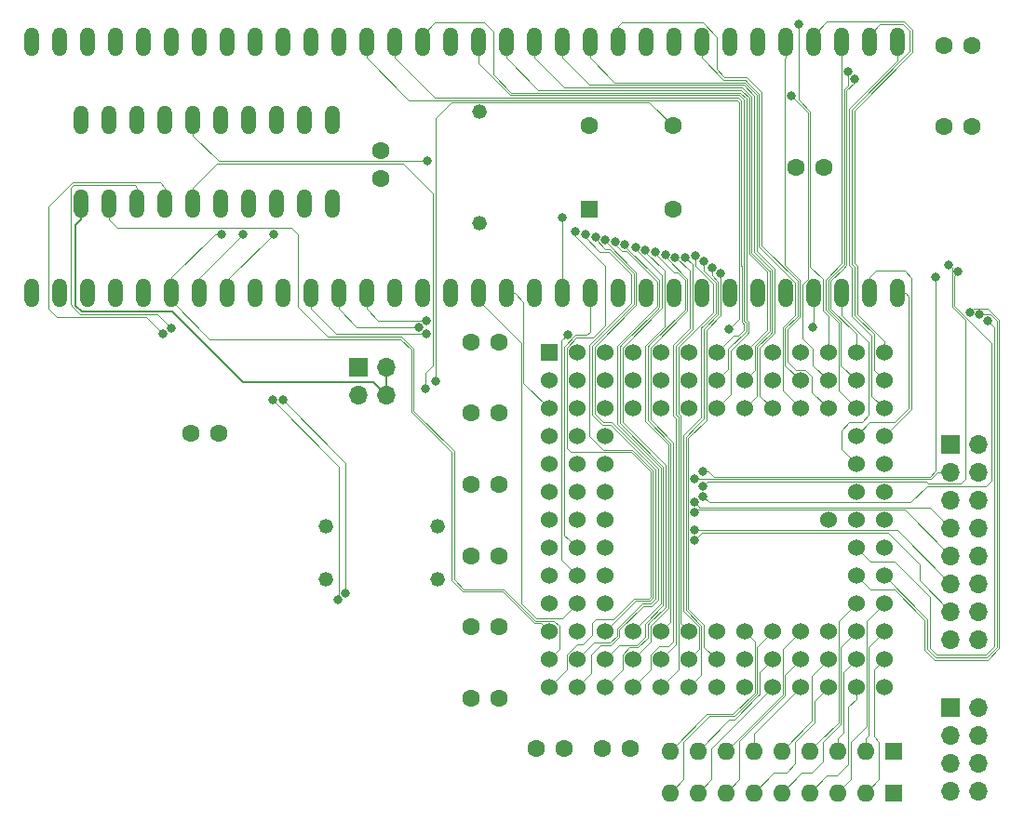
<source format=gbr>
G04 #@! TF.GenerationSoftware,KiCad,Pcbnew,(5.1.5-0-10_14)*
G04 #@! TF.CreationDate,2020-11-11T10:53:56+00:00*
G04 #@! TF.ProjectId,rosco_m68k_r1_020,726f7363-6f5f-46d3-9638-6b5f72315f30,rev?*
G04 #@! TF.SameCoordinates,Original*
G04 #@! TF.FileFunction,Copper,L4,Bot*
G04 #@! TF.FilePolarity,Positive*
%FSLAX46Y46*%
G04 Gerber Fmt 4.6, Leading zero omitted, Abs format (unit mm)*
G04 Created by KiCad (PCBNEW (5.1.5-0-10_14)) date 2020-11-11 10:53:56*
%MOMM*%
%LPD*%
G04 APERTURE LIST*
%ADD10O,1.320800X2.641600*%
%ADD11C,1.524000*%
%ADD12R,1.524000X1.524000*%
%ADD13O,1.600000X1.600000*%
%ADD14R,1.600000X1.600000*%
%ADD15C,1.320800*%
%ADD16C,1.600000*%
%ADD17O,1.700000X1.700000*%
%ADD18R,1.700000X1.700000*%
%ADD19C,1.600200*%
%ADD20C,0.800000*%
%ADD21C,0.120000*%
%ADD22C,0.152400*%
G04 APERTURE END LIST*
D10*
X115457000Y-35370599D03*
X112917000Y-35370599D03*
X110377000Y-35370599D03*
X107837000Y-35370599D03*
X105297000Y-35370599D03*
X102757000Y-35370599D03*
X100217000Y-35370599D03*
X97677000Y-35370599D03*
X95137000Y-35370599D03*
X92597000Y-35370599D03*
X90057000Y-35370599D03*
X87517000Y-35370599D03*
X115457000Y-58230599D03*
X112917000Y-58230599D03*
X110377000Y-58230599D03*
X107837000Y-58230599D03*
X105297000Y-58230599D03*
X102757000Y-58230599D03*
X100217000Y-58230599D03*
X97677000Y-58230599D03*
X95137000Y-58230599D03*
X92597000Y-58230599D03*
X90057000Y-58230599D03*
X87517000Y-58230599D03*
X39257000Y-35370599D03*
X41797000Y-35370599D03*
X44337000Y-35370599D03*
X46877000Y-35370599D03*
X49417000Y-35370599D03*
X51957000Y-35370599D03*
X54497000Y-35370599D03*
X57037000Y-35370599D03*
X59577000Y-35370599D03*
X62117000Y-35370599D03*
X64657000Y-35370599D03*
X67197000Y-35370599D03*
X69737000Y-35370599D03*
X72277000Y-35370599D03*
X74817000Y-35370599D03*
X77357000Y-35370599D03*
X79897000Y-35370599D03*
X82437000Y-35370599D03*
X84977000Y-35370599D03*
X117997000Y-35370599D03*
X117997000Y-58230599D03*
X84977000Y-58230599D03*
X82437000Y-58230599D03*
X79897000Y-58230599D03*
X77357000Y-58230599D03*
X74817000Y-58230599D03*
X72277000Y-58230599D03*
X69737000Y-58230599D03*
X67197000Y-58230599D03*
X64657000Y-58230599D03*
X62117000Y-58230599D03*
X59577000Y-58230599D03*
X57037000Y-58230599D03*
X54497000Y-58230599D03*
X51957000Y-58230599D03*
X49417000Y-58230599D03*
X46877000Y-58230599D03*
X44337000Y-58230599D03*
X41797000Y-58230599D03*
X39257000Y-58230599D03*
X43770000Y-42418000D03*
X46310000Y-42418000D03*
X48850000Y-42418000D03*
X51390000Y-42418000D03*
X53930000Y-42418000D03*
X56470000Y-42418000D03*
X59010000Y-42418000D03*
X61550000Y-42418000D03*
X64090000Y-42418000D03*
X66630000Y-42418000D03*
X66630000Y-50038000D03*
X64090000Y-50038000D03*
X61550000Y-50038000D03*
X59010000Y-50038000D03*
X56470000Y-50038000D03*
X53930000Y-50038000D03*
X51390000Y-50038000D03*
X48850000Y-50038000D03*
X46310000Y-50038000D03*
X43770000Y-50038000D03*
D11*
X109153200Y-63640000D03*
X106613200Y-63640000D03*
X104073200Y-63640000D03*
X116773200Y-63640000D03*
X114233200Y-63640000D03*
X93913200Y-63640000D03*
X96453200Y-63640000D03*
D12*
X86293200Y-63640000D03*
D11*
X101533200Y-63640000D03*
X88833200Y-63640000D03*
X91373200Y-63640000D03*
X98993200Y-63640000D03*
X111693200Y-63640000D03*
X109153200Y-66180000D03*
X106613200Y-66180000D03*
X104073200Y-66180000D03*
X116773200Y-66180000D03*
X114233200Y-66180000D03*
X93913200Y-66180000D03*
X96453200Y-66180000D03*
X86293200Y-66180000D03*
X101533200Y-66180000D03*
X88833200Y-66180000D03*
X91373200Y-66180000D03*
X98993200Y-66180000D03*
X111693200Y-66180000D03*
X109153200Y-68720000D03*
X106613200Y-68720000D03*
X104073200Y-68720000D03*
X116773200Y-68720000D03*
X114233200Y-68720000D03*
X93913200Y-68720000D03*
X96453200Y-68720000D03*
X86293200Y-68720000D03*
X101533200Y-68720000D03*
X88833200Y-68720000D03*
X91373200Y-68720000D03*
X98993200Y-68720000D03*
X111693200Y-68720000D03*
X116773200Y-71260000D03*
X114233200Y-71260000D03*
X86293200Y-71260000D03*
X88833200Y-71260000D03*
X91373200Y-71260000D03*
X116773200Y-73800000D03*
X114233200Y-73800000D03*
X86293200Y-73800000D03*
X88833200Y-73800000D03*
X91373200Y-73800000D03*
X116773200Y-76340000D03*
X114233200Y-76340000D03*
X86293200Y-76340000D03*
X88833200Y-76340000D03*
X91373200Y-76340000D03*
X116773200Y-78880000D03*
X114233200Y-78880000D03*
X86293200Y-78880000D03*
X88833200Y-78880000D03*
X91373200Y-78880000D03*
X111693200Y-78880000D03*
X116773200Y-81420000D03*
X114233200Y-81420000D03*
X86293200Y-81420000D03*
X88833200Y-81420000D03*
X91373200Y-81420000D03*
X116773200Y-83960000D03*
X114233200Y-83960000D03*
X86293200Y-83960000D03*
X88833200Y-83960000D03*
X91373200Y-83960000D03*
X116773200Y-86500000D03*
X114233200Y-86500000D03*
X86293200Y-86500000D03*
X88833200Y-86500000D03*
X91373200Y-86500000D03*
X109153200Y-89040000D03*
X106613200Y-89040000D03*
X104073200Y-89040000D03*
X116773200Y-89040000D03*
X114233200Y-89040000D03*
X93913200Y-89040000D03*
X96453200Y-89040000D03*
X86293200Y-89040000D03*
X101533200Y-89040000D03*
X88833200Y-89040000D03*
X91373200Y-89040000D03*
X98993200Y-89040000D03*
X111693200Y-89040000D03*
X109153200Y-91580000D03*
X106613200Y-91580000D03*
X104073200Y-91580000D03*
X116773200Y-91580000D03*
X114233200Y-91580000D03*
X93913200Y-91580000D03*
X96453200Y-91580000D03*
X86293200Y-91580000D03*
X101533200Y-91580000D03*
X88833200Y-91580000D03*
X91373200Y-91580000D03*
X98993200Y-91580000D03*
X111693200Y-91580000D03*
X86293200Y-94120000D03*
X88833200Y-94120000D03*
X91373200Y-94120000D03*
X93913200Y-94120000D03*
X96453200Y-94120000D03*
X98993200Y-94120000D03*
X101533200Y-94120000D03*
X104073200Y-94120000D03*
X106613200Y-94120000D03*
X109153200Y-94120000D03*
X111693200Y-94120000D03*
X114233200Y-94120000D03*
X116773200Y-94120000D03*
D13*
X97298200Y-103700000D03*
X99838200Y-103700000D03*
X102378200Y-103700000D03*
X104918200Y-103700000D03*
X107458200Y-103700000D03*
X109998200Y-103700000D03*
X112538200Y-103700000D03*
X115078200Y-103700000D03*
D14*
X117618200Y-103700000D03*
D13*
X97298200Y-99900000D03*
X99838200Y-99900000D03*
X102378200Y-99900000D03*
X104918200Y-99900000D03*
X107458200Y-99900000D03*
X109998200Y-99900000D03*
X112538200Y-99900000D03*
X115078200Y-99900000D03*
D14*
X117618200Y-99900000D03*
D15*
X76151199Y-84250000D03*
X65991199Y-84250000D03*
X76151199Y-79449000D03*
X65991199Y-79449000D03*
X80000000Y-51880599D03*
X80000000Y-41720599D03*
D16*
X97552718Y-50610599D03*
X97552718Y-42990599D03*
X89932718Y-42990599D03*
D14*
X89932718Y-50610599D03*
D17*
X71540000Y-67540000D03*
X69000000Y-67540000D03*
X71540000Y-65000000D03*
D18*
X69000000Y-65000000D03*
D17*
X125390000Y-103570000D03*
X122850000Y-103570000D03*
X125390000Y-101030000D03*
X122850000Y-101030000D03*
X125390000Y-98490000D03*
X122850000Y-98490000D03*
X125390000Y-95950000D03*
D18*
X122850000Y-95950000D03*
D17*
X125390000Y-89780000D03*
X122850000Y-89780000D03*
X125390000Y-87240000D03*
X122850000Y-87240000D03*
X125390000Y-84700000D03*
X122850000Y-84700000D03*
X125390000Y-82160000D03*
X122850000Y-82160000D03*
X125390000Y-79620000D03*
X122850000Y-79620000D03*
X125390000Y-77080000D03*
X122850000Y-77080000D03*
X125390000Y-74540000D03*
X122850000Y-74540000D03*
X125390000Y-72000000D03*
D18*
X122850000Y-72000000D03*
D19*
X56270000Y-71000000D03*
X53730000Y-71000000D03*
X124784200Y-43000000D03*
X122244200Y-43000000D03*
X124784200Y-35650000D03*
X122244200Y-35650000D03*
X93670000Y-99650000D03*
X91130000Y-99650000D03*
X87720000Y-99650000D03*
X85180000Y-99650000D03*
X81720000Y-95089800D03*
X79180000Y-95089800D03*
X81720000Y-88605880D03*
X79180000Y-88605880D03*
X81720000Y-82121960D03*
X79180000Y-82121960D03*
X81720000Y-75638040D03*
X79180000Y-75638040D03*
X81720000Y-69154120D03*
X79180000Y-69154120D03*
X81720000Y-62670200D03*
X79180000Y-62670200D03*
X108730000Y-46800599D03*
X111270000Y-46800599D03*
X71000000Y-45212000D03*
X71000000Y-47752000D03*
D20*
X74520059Y-61311354D03*
X75181330Y-61936513D03*
X75190000Y-60695496D03*
X75096296Y-66935865D03*
X100280000Y-74450000D03*
X121470000Y-56754071D03*
X99550040Y-75090000D03*
X99550040Y-77270000D03*
X51940000Y-61380000D03*
X100342099Y-75792607D03*
X122665783Y-55614070D03*
X100308835Y-76702001D03*
X123519990Y-56285224D03*
X99550040Y-78210734D03*
X99550040Y-80730003D03*
X51206974Y-61924883D03*
X99550040Y-79820000D03*
X126210000Y-60740000D03*
X125462975Y-60170000D03*
X124584495Y-59932565D03*
X67800000Y-85530000D03*
X62080000Y-67960000D03*
X87991009Y-61971443D03*
X56510000Y-52840000D03*
X67083621Y-86091164D03*
X61150000Y-67960000D03*
X61242986Y-52816884D03*
X58478590Y-52882488D03*
X87540000Y-51294399D03*
X75280000Y-46190000D03*
X76000000Y-66220000D03*
X114065560Y-38722405D03*
X110250000Y-61301020D03*
X102670000Y-61531030D03*
X109020000Y-33680000D03*
X113487000Y-38020000D03*
X108329899Y-40240000D03*
X92352206Y-53565968D03*
X95985186Y-54489940D03*
X89613119Y-52849880D03*
X99627805Y-54825586D03*
X95092580Y-54259930D03*
X97802986Y-54949960D03*
X101930000Y-56440000D03*
X90530861Y-53109880D03*
X93231623Y-53799910D03*
X100385430Y-55329677D03*
X88714576Y-52619870D03*
X91423833Y-53339890D03*
X94182577Y-54029920D03*
X96895189Y-54719950D03*
X98712855Y-54934433D03*
X101132642Y-55870000D03*
D21*
X68836955Y-61311354D02*
X74520059Y-61311354D01*
X67197000Y-59671399D02*
X68836955Y-61311354D01*
X67197000Y-58230599D02*
X67197000Y-59671399D01*
X64657000Y-59671399D02*
X66922114Y-61936513D01*
X66922114Y-61936513D02*
X75181330Y-61936513D01*
X64657000Y-58230599D02*
X64657000Y-59671399D01*
X70761097Y-60695496D02*
X75190000Y-60695496D01*
X69737000Y-59671399D02*
X70761097Y-60695496D01*
X69737000Y-58230599D02*
X69737000Y-59671399D01*
X53930000Y-48597200D02*
X53930000Y-50038000D01*
X56107190Y-46420010D02*
X53930000Y-48597200D01*
X75760000Y-49130000D02*
X73050010Y-46420010D01*
X75760000Y-64830000D02*
X75760000Y-49130000D01*
X75096296Y-66935865D02*
X75096296Y-65493704D01*
X75096296Y-65493704D02*
X75760000Y-64830000D01*
X73050010Y-46420010D02*
X56107190Y-46420010D01*
X83217400Y-58230599D02*
X83990000Y-59003199D01*
X82437000Y-58230599D02*
X83217400Y-58230599D01*
X83990000Y-66416800D02*
X86293200Y-68720000D01*
X83990000Y-59003199D02*
X83990000Y-66416800D01*
D22*
X71540000Y-66202081D02*
X71540000Y-67540000D01*
X71540000Y-65000000D02*
X71540000Y-66202081D01*
X52000000Y-59900000D02*
X58440000Y-66340000D01*
X43790000Y-59900000D02*
X52000000Y-59900000D01*
X58440000Y-66340000D02*
X70340000Y-66340000D01*
X43770000Y-51511200D02*
X43260000Y-52021200D01*
X43260000Y-59370000D02*
X43790000Y-59900000D01*
X70340000Y-66340000D02*
X71540000Y-67540000D01*
X43260000Y-52021200D02*
X43260000Y-59370000D01*
X43770000Y-50038000D02*
X43770000Y-51511200D01*
D21*
X100845685Y-74450000D02*
X101328273Y-74932588D01*
X100280000Y-74450000D02*
X100845685Y-74450000D01*
X120930049Y-74932588D02*
X121490000Y-74372637D01*
X101328273Y-74932588D02*
X120930049Y-74932588D01*
X121490000Y-56774071D02*
X121470000Y-56754071D01*
X121490000Y-74372637D02*
X121490000Y-56774071D01*
X122300000Y-75090000D02*
X122850000Y-74540000D01*
X99550040Y-75090000D02*
X100707402Y-75090000D01*
X121647919Y-74540000D02*
X122850000Y-74540000D01*
X121025321Y-75162598D02*
X121647919Y-74540000D01*
X100780000Y-75162598D02*
X121025321Y-75162598D01*
X100707402Y-75090000D02*
X100780000Y-75162598D01*
X43080000Y-48360000D02*
X48612800Y-48360000D01*
X42780000Y-48660000D02*
X43080000Y-48360000D01*
X48612800Y-48360000D02*
X48850000Y-48597200D01*
X42780000Y-59240000D02*
X42780000Y-48660000D01*
X42958193Y-59418193D02*
X42780000Y-59240000D01*
X43688017Y-60146210D02*
X42960000Y-59418193D01*
X48850000Y-48597200D02*
X48850000Y-50038000D01*
X42960000Y-59418193D02*
X42958193Y-59418193D01*
X50706210Y-60146210D02*
X43688017Y-60146210D01*
X51940000Y-61380000D02*
X50706210Y-60146210D01*
X122850000Y-79620000D02*
X120947989Y-77717989D01*
X99998029Y-77717989D02*
X99930000Y-77649960D01*
X120947989Y-77717989D02*
X99998029Y-77717989D01*
X99930000Y-77649960D02*
X99550040Y-77270000D01*
X122949990Y-59466945D02*
X122949990Y-55898277D01*
X123719999Y-75560001D02*
X124150000Y-75130000D01*
X120774023Y-75560001D02*
X123719999Y-75560001D01*
X120606630Y-75392608D02*
X120774023Y-75560001D01*
X100742098Y-75392608D02*
X120606630Y-75392608D01*
X122949990Y-55898277D02*
X122665783Y-55614070D01*
X124150000Y-60666954D02*
X122949990Y-59466945D01*
X124150000Y-75130000D02*
X124150000Y-60666954D01*
X100342099Y-75792607D02*
X100742098Y-75392608D01*
X126559990Y-62751662D02*
X123180000Y-59371672D01*
X126559990Y-75260010D02*
X126559990Y-62751662D01*
X126029989Y-75790011D02*
X126559990Y-75260010D01*
X120678750Y-75790011D02*
X126029989Y-75790011D01*
X123180000Y-56625214D02*
X123519990Y-56285224D01*
X123180000Y-59371672D02*
X123180000Y-56625214D01*
X100878835Y-77272001D02*
X119196760Y-77272001D01*
X119196760Y-77272001D02*
X120678750Y-75790011D01*
X100308835Y-76702001D02*
X100878835Y-77272001D01*
X118637999Y-77947999D02*
X122850000Y-82160000D01*
X99812775Y-77947999D02*
X118637999Y-77947999D01*
X99550040Y-78210734D02*
X99812775Y-77947999D01*
X99550040Y-80730003D02*
X100230033Y-80050010D01*
X100230033Y-80050010D02*
X117160010Y-80050010D01*
X117160010Y-80050010D02*
X120000000Y-82890000D01*
X120000000Y-84390000D02*
X122850000Y-87240000D01*
X120000000Y-82890000D02*
X120000000Y-84390000D01*
X51206974Y-61924883D02*
X49658311Y-60376220D01*
X49658311Y-60376220D02*
X41576220Y-60376220D01*
X41576220Y-60376220D02*
X40820000Y-59620000D01*
X51390000Y-48597200D02*
X51390000Y-50038000D01*
X50922790Y-48129990D02*
X51390000Y-48597200D01*
X42984727Y-48129990D02*
X50922790Y-48129990D01*
X40820000Y-50294718D02*
X42984727Y-48129990D01*
X40820000Y-59620000D02*
X40820000Y-50294718D01*
X117970000Y-79820000D02*
X122850000Y-84700000D01*
X99550040Y-79820000D02*
X117970000Y-79820000D01*
X114233200Y-81420000D02*
X115513200Y-82700000D01*
X115513200Y-82700000D02*
X117740000Y-82700000D01*
X117740000Y-82700000D02*
X120940000Y-85900000D01*
X120940000Y-85900000D02*
X120940000Y-90500000D01*
X120940000Y-90500000D02*
X121570000Y-91130000D01*
X121570000Y-91130000D02*
X126040000Y-91130000D01*
X126040000Y-91130000D02*
X126790000Y-90380000D01*
X126790000Y-90380000D02*
X126790000Y-65100000D01*
X126790000Y-61320000D02*
X126210000Y-60740000D01*
X126790000Y-65100000D02*
X126790000Y-61320000D01*
X90057000Y-58230599D02*
X90057000Y-58890999D01*
X88071201Y-80658001D02*
X88833200Y-81420000D01*
X87671189Y-80257989D02*
X88071201Y-80658001D01*
X87671189Y-63097366D02*
X87671189Y-80257989D01*
X88728565Y-62039990D02*
X87671189Y-63097366D01*
X89760000Y-62039990D02*
X88728565Y-62039990D01*
X90057000Y-61742990D02*
X89760000Y-62039990D01*
X90057000Y-58230599D02*
X90057000Y-61742990D01*
X116773200Y-83960000D02*
X120709990Y-87896790D01*
X121474727Y-91360010D02*
X126135273Y-91360010D01*
X120709990Y-90595273D02*
X121474727Y-91360010D01*
X126135273Y-91360010D02*
X127020010Y-90475273D01*
X120709990Y-87896790D02*
X120709990Y-90595273D01*
X127020010Y-90475273D02*
X127020010Y-65700000D01*
X127020010Y-60706408D02*
X126483602Y-60170000D01*
X126483602Y-60170000D02*
X125462975Y-60170000D01*
X127020010Y-65700000D02*
X127020010Y-60706408D01*
X114233200Y-83960000D02*
X115504241Y-85231041D01*
X115504241Y-85231041D02*
X117718959Y-85231041D01*
X117718959Y-85231041D02*
X120479980Y-87992062D01*
X120479980Y-87992062D02*
X120479980Y-89410000D01*
X120479980Y-90690546D02*
X121419434Y-91630000D01*
X120479980Y-89410000D02*
X120479980Y-90690546D01*
X126190566Y-91630000D02*
X127250020Y-90570546D01*
X121419434Y-91630000D02*
X126190566Y-91630000D01*
X127250020Y-90570546D02*
X127250020Y-66300000D01*
X124917061Y-59599999D02*
X124584495Y-59932565D01*
X126238884Y-59599999D02*
X124917061Y-59599999D01*
X127250020Y-60611135D02*
X126238884Y-59599999D01*
X127250020Y-66300000D02*
X127250020Y-60611135D01*
X67800000Y-73680000D02*
X62080000Y-67960000D01*
X67800000Y-85530000D02*
X67800000Y-73680000D01*
X87441179Y-62521273D02*
X87441179Y-82531179D01*
X87991009Y-61971443D02*
X87441179Y-62521273D01*
X87730000Y-82820000D02*
X88833200Y-83960000D01*
X87441179Y-82531179D02*
X87730000Y-82820000D01*
X85150000Y-87810000D02*
X87523200Y-87810000D01*
X83770000Y-86430000D02*
X85150000Y-87810000D01*
X83770000Y-82816162D02*
X83770000Y-86430000D01*
X83759990Y-82806152D02*
X83770000Y-82816162D01*
X79897000Y-58230599D02*
X79897000Y-58890999D01*
X79897000Y-58890999D02*
X83759990Y-62753989D01*
X87523200Y-87810000D02*
X88833200Y-86500000D01*
X83759990Y-62753989D02*
X83759990Y-82806152D01*
X86293200Y-89040000D02*
X86054721Y-89040000D01*
X51957000Y-58890999D02*
X51957000Y-58230599D01*
X55462534Y-62396533D02*
X51957000Y-58890999D01*
X72811251Y-62396533D02*
X55462534Y-62396533D01*
X85560020Y-88270020D02*
X84959454Y-88270019D01*
X73780000Y-63365282D02*
X72811251Y-62396533D01*
X73780000Y-69040000D02*
X73780000Y-63365282D01*
X77440000Y-72700000D02*
X73780000Y-69040000D01*
X78470000Y-85400000D02*
X77440000Y-84370000D01*
X86293200Y-89003200D02*
X85560020Y-88270020D01*
X82089435Y-85400000D02*
X78470000Y-85400000D01*
X84959454Y-88270019D02*
X82089435Y-85400000D01*
X77440000Y-84370000D02*
X77440000Y-72700000D01*
X86293200Y-89040000D02*
X86293200Y-89003200D01*
X55906799Y-52840000D02*
X51957000Y-56789799D01*
X51957000Y-56789799D02*
X51957000Y-58230599D01*
X56510000Y-52840000D02*
X55906799Y-52840000D01*
X67229999Y-74039999D02*
X61150000Y-67960000D01*
X67229999Y-86237542D02*
X67229999Y-74039999D01*
X67083621Y-86091164D02*
X67229999Y-86237542D01*
X46310000Y-51478800D02*
X46310000Y-50038000D01*
X55203766Y-52250000D02*
X47081200Y-52250000D01*
X62876883Y-52246883D02*
X55206883Y-52246883D01*
X63500000Y-52870000D02*
X62876883Y-52246883D01*
X66196523Y-62166523D02*
X63500000Y-59470000D01*
X72906523Y-62166523D02*
X66196523Y-62166523D01*
X74010010Y-63270010D02*
X72906523Y-62166523D01*
X47081200Y-52250000D02*
X46310000Y-51478800D01*
X87225201Y-88535201D02*
X86730010Y-88040010D01*
X74010010Y-68944727D02*
X74010010Y-63270010D01*
X77670010Y-72604727D02*
X74010010Y-68944727D01*
X77670010Y-84274728D02*
X77670010Y-72604727D01*
X78565272Y-85169990D02*
X77670010Y-84274728D01*
X82184708Y-85169990D02*
X78565272Y-85169990D01*
X63500000Y-59470000D02*
X63500000Y-52870000D01*
X86730010Y-88040010D02*
X85054727Y-88040010D01*
X87225201Y-90647999D02*
X87225201Y-88535201D01*
X85054727Y-88040010D02*
X82184708Y-85169990D01*
X55206883Y-52246883D02*
X55203766Y-52250000D01*
X86293200Y-91580000D02*
X87225201Y-90647999D01*
X57037000Y-57022870D02*
X57037000Y-58230599D01*
X61242986Y-52816884D02*
X57037000Y-57022870D01*
X54497000Y-56864078D02*
X54497000Y-58230599D01*
X58478590Y-52882488D02*
X54497000Y-56864078D01*
X87540000Y-58207599D02*
X87517000Y-58230599D01*
X87540000Y-51294399D02*
X87540000Y-58207599D01*
X56261200Y-46190000D02*
X75280000Y-46190000D01*
X53930000Y-43858800D02*
X56261200Y-46190000D01*
X53930000Y-42418000D02*
X53930000Y-43858800D01*
X77399990Y-40870010D02*
X95432129Y-40870010D01*
X76000000Y-42270000D02*
X77399990Y-40870010D01*
X95432129Y-40870010D02*
X97552718Y-42990599D01*
X76000000Y-66220000D02*
X76000000Y-42270000D01*
X104500040Y-40418908D02*
X104500040Y-54644758D01*
X103801092Y-39719960D02*
X104500040Y-40418908D01*
X85345561Y-39719960D02*
X103801092Y-39719960D01*
X82437000Y-36811399D02*
X85345561Y-39719960D01*
X82437000Y-35370599D02*
X82437000Y-36811399D01*
X106127410Y-56272128D02*
X106127410Y-61585790D01*
X104500040Y-54644758D02*
X106127410Y-56272128D01*
X106127410Y-61585790D02*
X104073200Y-63640000D01*
X116773200Y-62562370D02*
X116773200Y-63640000D01*
X114340020Y-60129190D02*
X116773200Y-62562370D01*
X114340020Y-55729454D02*
X114340020Y-60129190D01*
X111577209Y-33509990D02*
X118625273Y-33509990D01*
X114067049Y-41593515D02*
X114067049Y-55456484D01*
X110377000Y-35370599D02*
X110377000Y-34710199D01*
X119360010Y-36300555D02*
X114067049Y-41593515D01*
X114067049Y-55456484D02*
X114340020Y-55729454D01*
X110377000Y-34710199D02*
X111577209Y-33509990D01*
X118932683Y-33807401D02*
X119360010Y-34234727D01*
X119360010Y-34234727D02*
X119360010Y-36300555D01*
X118922683Y-33807400D02*
X118932683Y-33807401D01*
X118625273Y-33509990D02*
X118922683Y-33807400D01*
X114233200Y-61882533D02*
X114233200Y-63640000D01*
X111940010Y-57117974D02*
X111940010Y-59589343D01*
X111940010Y-59589343D02*
X114233200Y-61882533D01*
X113377019Y-55680968D02*
X113087987Y-55970000D01*
X114065560Y-39016733D02*
X113377020Y-39705272D01*
X113087987Y-55970000D02*
X113087984Y-55970000D01*
X113087984Y-55970000D02*
X111940010Y-57117974D01*
X113377020Y-39705272D02*
X113377019Y-55680968D01*
X114065560Y-38722405D02*
X114065560Y-39016733D01*
X102785273Y-40409990D02*
X102490000Y-40409990D01*
X75875591Y-40409990D02*
X102785273Y-40409990D01*
X72277000Y-36811399D02*
X75875591Y-40409990D01*
X72277000Y-35370599D02*
X72277000Y-36811399D01*
X104020001Y-61574621D02*
X103494622Y-62100000D01*
X104010010Y-61017428D02*
X104020001Y-61027419D01*
X103073200Y-62100000D02*
X101533200Y-63640000D01*
X103494622Y-62100000D02*
X103073200Y-62100000D01*
X104020001Y-61027419D02*
X104020001Y-61574621D01*
X103817420Y-60824838D02*
X104020001Y-61027419D01*
X103817420Y-55777317D02*
X103817420Y-60824838D01*
X103810010Y-40704727D02*
X103810010Y-55769907D01*
X103810010Y-55769907D02*
X103817420Y-55777317D01*
X103515273Y-40409990D02*
X103810010Y-40704727D01*
X102785273Y-40409990D02*
X103515273Y-40409990D01*
X110377000Y-61174020D02*
X110250000Y-61301020D01*
X110377000Y-58230599D02*
X110377000Y-61174020D01*
X73565601Y-40640000D02*
X69737000Y-36811399D01*
X103580000Y-40800000D02*
X103420000Y-40640000D01*
X103580000Y-55865180D02*
X103580000Y-40800000D01*
X103587410Y-55872590D02*
X103580000Y-55865180D01*
X103587410Y-60597925D02*
X103587410Y-55872590D01*
X69737000Y-36811399D02*
X69737000Y-35370599D01*
X103420000Y-40640000D02*
X73565601Y-40640000D01*
X103450000Y-60735335D02*
X103587410Y-60597925D01*
X103450000Y-60751030D02*
X102670000Y-61531030D01*
X103450000Y-60735335D02*
X103450000Y-60751030D01*
X111207410Y-56957410D02*
X111207410Y-59832590D01*
X111207410Y-59832590D02*
X111693200Y-60318380D01*
X110060010Y-55810010D02*
X111207410Y-56957410D01*
X110060010Y-41644828D02*
X110060010Y-55810010D01*
X109020000Y-40604819D02*
X110060010Y-41644828D01*
X111693200Y-60318380D02*
X111693200Y-63640000D01*
X109020000Y-33680000D02*
X109020000Y-40604819D01*
X107775211Y-64802011D02*
X109153200Y-66180000D01*
X107775211Y-61400072D02*
X107775211Y-64802011D01*
X105650090Y-53883630D02*
X108897420Y-57130959D01*
X92936799Y-33590000D02*
X100271178Y-33590000D01*
X92597000Y-33929799D02*
X92936799Y-33590000D01*
X108897420Y-57130959D02*
X108897420Y-60277863D01*
X108897420Y-60277863D02*
X107775211Y-61400072D01*
X104267547Y-38560000D02*
X105650090Y-39942543D01*
X101550000Y-34868822D02*
X101550000Y-37819117D01*
X105650090Y-39942543D02*
X105650090Y-53883630D01*
X100271178Y-33590000D02*
X101550000Y-34868822D01*
X101550000Y-37819117D02*
X102290883Y-38560000D01*
X102290883Y-38560000D02*
X104267547Y-38560000D01*
X92597000Y-35370599D02*
X92597000Y-33929799D01*
X104835199Y-65418001D02*
X104073200Y-66180000D01*
X103896365Y-39489950D02*
X104730050Y-40323635D01*
X105005201Y-65247999D02*
X104835199Y-65418001D01*
X104730050Y-54540050D02*
X106310000Y-56120000D01*
X104730050Y-40323635D02*
X104730050Y-54540050D01*
X84977000Y-35370599D02*
X84977000Y-36811399D01*
X87655551Y-39489950D02*
X103896365Y-39489950D01*
X84977000Y-36811399D02*
X87655551Y-39489950D01*
X105005201Y-63033282D02*
X105005201Y-65247999D01*
X106357420Y-56176855D02*
X106357420Y-61681063D01*
X106357420Y-61681063D02*
X105005201Y-63033282D01*
X106310000Y-56129435D02*
X106357420Y-56176855D01*
X106310000Y-56120000D02*
X106310000Y-56129435D01*
X113837039Y-55551757D02*
X114110010Y-55824727D01*
X113837039Y-41498243D02*
X113837039Y-55551757D01*
X119130000Y-36205282D02*
X113837039Y-41498243D01*
X118837410Y-34037410D02*
X119130000Y-34330000D01*
X115457000Y-34710199D02*
X116427199Y-33740000D01*
X116427199Y-33740000D02*
X118530000Y-33740000D01*
X118827410Y-34037410D02*
X118837410Y-34037410D01*
X119130000Y-34330000D02*
X119130000Y-36205282D01*
X118530000Y-33740000D02*
X118827410Y-34037410D01*
X115457000Y-35370599D02*
X115457000Y-34710199D01*
X114110010Y-60224463D02*
X114244748Y-60359200D01*
X114110010Y-55824727D02*
X114110010Y-60224463D01*
X114244748Y-60359200D02*
X115841199Y-61955651D01*
X115841199Y-65247999D02*
X116773200Y-66180000D01*
X115841199Y-61955651D02*
X115841199Y-65247999D01*
X113487000Y-38020000D02*
X113487000Y-39270010D01*
X113487000Y-39270010D02*
X113147010Y-39610000D01*
X113147010Y-55585693D02*
X113012272Y-55720430D01*
X113147010Y-39610000D02*
X113147010Y-55585693D01*
X111710000Y-59684615D02*
X112860000Y-60834615D01*
X111710000Y-57022702D02*
X111710000Y-59684615D01*
X113012272Y-55720430D02*
X111710000Y-57022702D01*
X112860000Y-64806800D02*
X114233200Y-66180000D01*
X112860000Y-60834615D02*
X112860000Y-64806800D01*
X104250011Y-61669894D02*
X102610000Y-63309905D01*
X102610000Y-65103200D02*
X101533200Y-66180000D01*
X104240020Y-60922155D02*
X104250011Y-60932146D01*
X79897000Y-37287000D02*
X82789980Y-40179980D01*
X102610000Y-63309905D02*
X102610000Y-65103200D01*
X79897000Y-35370599D02*
X79897000Y-37287000D01*
X103610546Y-40179980D02*
X104040020Y-40609454D01*
X82789980Y-40179980D02*
X103610546Y-40179980D01*
X104040020Y-55674634D02*
X104047430Y-55682044D01*
X104040020Y-40609454D02*
X104040020Y-55674634D01*
X104047430Y-60729566D02*
X104250010Y-60932146D01*
X104047430Y-55682044D02*
X104047430Y-60729566D01*
X104250010Y-60932146D02*
X104250010Y-61010010D01*
X104250011Y-61010011D02*
X104250011Y-61669894D01*
X104250010Y-61010010D02*
X104250011Y-61010011D01*
X104250011Y-60932146D02*
X104250011Y-61010011D01*
X109700101Y-41610202D02*
X108329899Y-40240000D01*
X109830000Y-56942822D02*
X109830000Y-41740101D01*
X109830000Y-41740101D02*
X109700101Y-41610202D01*
X111693200Y-66180000D02*
X110270000Y-64756800D01*
X109357440Y-57415382D02*
X109830000Y-56942822D01*
X109357440Y-62367440D02*
X109357440Y-57415382D01*
X110270000Y-63280000D02*
X109357440Y-62367440D01*
X110270000Y-64756800D02*
X110270000Y-63280000D01*
X107545201Y-61304799D02*
X107545201Y-67112001D01*
X108667410Y-60182590D02*
X107545201Y-61304799D01*
X108667410Y-57226232D02*
X108667410Y-60182590D01*
X105420080Y-53978902D02*
X108667410Y-57226232D01*
X104182184Y-38799920D02*
X104316921Y-38934658D01*
X105420080Y-40037816D02*
X105420080Y-53978902D01*
X104316921Y-38934658D02*
X105420080Y-40037816D01*
X102205521Y-38799920D02*
X104182184Y-38799920D01*
X107545201Y-67112001D02*
X109153200Y-68720000D01*
X100217000Y-36811399D02*
X102205521Y-38799920D01*
X100217000Y-35370599D02*
X100217000Y-36811399D01*
X105465221Y-67572021D02*
X106613200Y-68720000D01*
X105465221Y-63223826D02*
X105465221Y-67572021D01*
X106817439Y-61871611D02*
X105589050Y-63100000D01*
X105190070Y-54349506D02*
X106817440Y-55976875D01*
X106817440Y-55976875D02*
X106817439Y-61871611D01*
X104086911Y-39029930D02*
X105190070Y-40133089D01*
X105589047Y-63100000D02*
X105465221Y-63223826D01*
X105589050Y-63100000D02*
X105589047Y-63100000D01*
X90057000Y-36811399D02*
X92275531Y-39029930D01*
X105190070Y-40133089D02*
X105190070Y-54349506D01*
X92275531Y-39029930D02*
X104086911Y-39029930D01*
X90057000Y-35370599D02*
X90057000Y-36811399D01*
X104835199Y-67958001D02*
X104073200Y-68720000D01*
X106452692Y-61911073D02*
X105235211Y-63128554D01*
X105235211Y-67557989D02*
X104835199Y-67958001D01*
X87517000Y-36811399D02*
X89965541Y-39259940D01*
X106587430Y-56072148D02*
X106587430Y-61776336D01*
X106587430Y-61776336D02*
X106452692Y-61911073D01*
X104960060Y-54444778D02*
X106587430Y-56072148D01*
X104960060Y-40228362D02*
X104960060Y-54444778D01*
X89965541Y-39259940D02*
X103991638Y-39259940D01*
X105235211Y-63128554D02*
X105235211Y-67557989D01*
X103991638Y-39259940D02*
X104960060Y-40228362D01*
X87517000Y-35370599D02*
X87517000Y-36811399D01*
X113607029Y-41402971D02*
X113607029Y-41527029D01*
X117997000Y-37013000D02*
X113607029Y-41402971D01*
X117997000Y-35370599D02*
X117997000Y-37013000D01*
X113607029Y-42092971D02*
X113607029Y-55647029D01*
X113607029Y-41527029D02*
X113607029Y-42092971D01*
X113607029Y-42092971D02*
X113607029Y-42200000D01*
X113607029Y-55647029D02*
X113880000Y-55920000D01*
X114170263Y-60610000D02*
X114170266Y-60610000D01*
X113880001Y-60319738D02*
X114170263Y-60610000D01*
X113880000Y-55920000D02*
X113880001Y-60319738D01*
X114170266Y-60610000D02*
X115611189Y-62050923D01*
X115611189Y-67557989D02*
X116773200Y-68720000D01*
X115611189Y-62050923D02*
X115611189Y-67557989D01*
X112625201Y-67112001D02*
X114233200Y-68720000D01*
X111437420Y-59737318D02*
X112625201Y-60925098D01*
X112625201Y-60925098D02*
X112625201Y-67112001D01*
X111437420Y-56970000D02*
X111437420Y-59737318D01*
X112917000Y-55490420D02*
X111437420Y-56970000D01*
X112917000Y-35370599D02*
X112917000Y-55490420D01*
X102295199Y-67958001D02*
X101533200Y-68720000D01*
X102840010Y-63405177D02*
X102840010Y-67413190D01*
X104480021Y-61765167D02*
X104345283Y-61899904D01*
X104480020Y-60836873D02*
X104480021Y-61765167D01*
X104277440Y-60634294D02*
X104480020Y-60836873D01*
X81210000Y-34370000D02*
X81210000Y-38274718D01*
X104270030Y-55579361D02*
X104277440Y-55586771D01*
X104270030Y-40514181D02*
X104270030Y-55579361D01*
X81210000Y-38274718D02*
X82885252Y-39949970D01*
X75957199Y-33570000D02*
X80410000Y-33570000D01*
X74817000Y-34710199D02*
X75957199Y-33570000D01*
X102840010Y-67413190D02*
X102295199Y-67958001D01*
X82885252Y-39949970D02*
X103705819Y-39949970D01*
X104345283Y-61899904D02*
X102840010Y-63405177D01*
X104277440Y-55586771D02*
X104277440Y-60634294D01*
X80410000Y-33570000D02*
X81210000Y-34370000D01*
X103705819Y-39949970D02*
X104270030Y-40514181D01*
X74817000Y-35370599D02*
X74817000Y-34710199D01*
X109127430Y-60373136D02*
X108005221Y-61495344D01*
X109127430Y-57035686D02*
X109127430Y-60373136D01*
X107759899Y-55668156D02*
X109127430Y-57035686D01*
X107759899Y-36888500D02*
X107759899Y-55668156D01*
X107837000Y-36811399D02*
X107759899Y-36888500D01*
X107837000Y-35370599D02*
X107837000Y-36811399D01*
X108005221Y-61495344D02*
X108005221Y-64455221D01*
X109600561Y-65247999D02*
X110200000Y-65847438D01*
X108797999Y-65247999D02*
X109600561Y-65247999D01*
X108005221Y-64455221D02*
X108797999Y-65247999D01*
X110200000Y-67226800D02*
X111693200Y-68720000D01*
X110200000Y-65847438D02*
X110200000Y-67226800D01*
X115457000Y-56789799D02*
X116056799Y-56190000D01*
X115457000Y-58230599D02*
X115457000Y-56789799D01*
X116056799Y-56190000D02*
X118640000Y-56190000D01*
X118640000Y-56190000D02*
X119280000Y-56830000D01*
X119280000Y-68753200D02*
X116773200Y-71260000D01*
X119280000Y-56830000D02*
X119280000Y-68753200D01*
X118777400Y-58230599D02*
X119049990Y-58503189D01*
X117997000Y-58230599D02*
X118777400Y-58230599D01*
X119049990Y-58503189D02*
X119049990Y-68657928D01*
X119049990Y-68657928D02*
X117707918Y-70000000D01*
X115493200Y-70000000D02*
X114233200Y-71260000D01*
X117707918Y-70000000D02*
X115493200Y-70000000D01*
X112917000Y-60241051D02*
X115381179Y-62705230D01*
X112917000Y-58230599D02*
X112917000Y-60241051D01*
X115381179Y-62705230D02*
X115381179Y-69318821D01*
X115381179Y-69318821D02*
X114750000Y-69950000D01*
X114750000Y-69950000D02*
X113620000Y-69950000D01*
X113620000Y-69950000D02*
X112890000Y-70680000D01*
X112890000Y-72456800D02*
X114233200Y-73800000D01*
X112890000Y-70680000D02*
X112890000Y-72456800D01*
X93913200Y-89040000D02*
X96449930Y-86503270D01*
X96449930Y-86503270D02*
X96449930Y-85196345D01*
X96449930Y-85196345D02*
X96449930Y-78510000D01*
X96449930Y-78510000D02*
X96449930Y-74080495D01*
X96449930Y-74080495D02*
X92521179Y-70151745D01*
X92521179Y-70151745D02*
X92521179Y-67310000D01*
X92521180Y-63002091D02*
X96129970Y-59393301D01*
X92521179Y-67310000D02*
X92521180Y-63002091D01*
X96129970Y-59393301D02*
X96129970Y-57146197D01*
X92352206Y-53764095D02*
X92352206Y-53565968D01*
X92958022Y-54369911D02*
X92352206Y-53764095D01*
X93353684Y-54369911D02*
X92958022Y-54369911D01*
X96129970Y-57146197D02*
X93353684Y-54369911D01*
X96453200Y-89040000D02*
X97369970Y-88123230D01*
X97369970Y-88123230D02*
X97369970Y-87430000D01*
X97369970Y-87430000D02*
X97369970Y-87320000D01*
X97369970Y-87320000D02*
X97369970Y-85060000D01*
X97369970Y-85060000D02*
X97369970Y-84815253D01*
X97369970Y-84815253D02*
X97369970Y-77400000D01*
X97369970Y-77400000D02*
X97369970Y-71875252D01*
X95291189Y-63097366D02*
X95425927Y-62962629D01*
X95291189Y-69796472D02*
X95291189Y-63097366D01*
X97369970Y-71875252D02*
X95291189Y-69796472D01*
X98659970Y-59728586D02*
X98659970Y-56975828D01*
X95425927Y-62962629D02*
X98659970Y-59728586D01*
X98659970Y-56975828D02*
X98032071Y-56347929D01*
X95985186Y-54653549D02*
X95985186Y-54489940D01*
X97679566Y-56347929D02*
X95985186Y-54653549D01*
X98032071Y-56347929D02*
X97679566Y-56347929D01*
X91373200Y-89040000D02*
X94173220Y-86239980D01*
X95759900Y-85930101D02*
X95759900Y-79234727D01*
X95450021Y-86239980D02*
X95759900Y-85930101D01*
X94173220Y-86239980D02*
X95450021Y-86239980D01*
X95759900Y-79234727D02*
X95759900Y-82280000D01*
X95759900Y-79234727D02*
X95759900Y-74389900D01*
X95759900Y-74389900D02*
X95759900Y-74366312D01*
X95759900Y-74366312D02*
X93873588Y-72480000D01*
X91213838Y-72480000D02*
X89981179Y-71247341D01*
X93873588Y-72480000D02*
X91213838Y-72480000D01*
X89981179Y-62918255D02*
X90115917Y-62783518D01*
X89981179Y-71247341D02*
X89981179Y-62918255D01*
X90115917Y-62783518D02*
X93779980Y-59119455D01*
X93779980Y-59119455D02*
X93779980Y-56600000D01*
X93779980Y-56600000D02*
X93779980Y-56487908D01*
X93779980Y-56487908D02*
X91732082Y-54440010D01*
X90923249Y-54440010D02*
X89593119Y-53109880D01*
X91732082Y-54440010D02*
X90923249Y-54440010D01*
X98993200Y-88983200D02*
X98290010Y-88280010D01*
X98993200Y-89040000D02*
X98993200Y-88983200D01*
X98290010Y-88280010D02*
X98290010Y-87335273D01*
X98290010Y-87335273D02*
X98290010Y-77300000D01*
X98290010Y-76904727D02*
X98290000Y-76904717D01*
X98290010Y-77300000D02*
X98290010Y-76904727D01*
X98290010Y-71579990D02*
X98290010Y-71089425D01*
X98290000Y-71580000D02*
X98290010Y-71579990D01*
X98290000Y-76904717D02*
X98290000Y-71580000D01*
X98061199Y-63108801D02*
X101236560Y-59933440D01*
X98061199Y-69167361D02*
X98061199Y-63108801D01*
X98290010Y-69396172D02*
X98061199Y-69167361D01*
X98290010Y-71089425D02*
X98290010Y-69396172D01*
X99627805Y-55731789D02*
X99627805Y-54825586D01*
X101236560Y-57340544D02*
X99627805Y-55731789D01*
X101236560Y-59933440D02*
X101236560Y-57340544D01*
X95521199Y-88488801D02*
X97139960Y-86870040D01*
X95521199Y-89972001D02*
X95521199Y-88488801D01*
X93913200Y-91580000D02*
X95521199Y-89972001D01*
X97139960Y-86870040D02*
X97139960Y-86700000D01*
X97139960Y-86700000D02*
X97139960Y-85440000D01*
X97139960Y-85440000D02*
X97139960Y-84910526D01*
X97139960Y-84910526D02*
X97139960Y-77490000D01*
X97139960Y-77490000D02*
X97139960Y-71970525D01*
X97139960Y-71970525D02*
X95061179Y-69891745D01*
X95061179Y-69891745D02*
X95061179Y-67601179D01*
X95061180Y-63002091D02*
X96143271Y-61920000D01*
X96143271Y-61920000D02*
X96143274Y-61920000D01*
X95061179Y-67601179D02*
X95061180Y-63002091D01*
X96143274Y-61920000D02*
X96820000Y-61243274D01*
X95092580Y-54440936D02*
X95092580Y-54259930D01*
X96820000Y-56168356D02*
X95092580Y-54440936D01*
X96820000Y-61243274D02*
X96820000Y-56168356D01*
X96453200Y-91580000D02*
X97829990Y-90203210D01*
X97829990Y-90203210D02*
X97829990Y-87320000D01*
X97829990Y-87320000D02*
X97829990Y-76900010D01*
X97829990Y-69586717D02*
X97601179Y-69357907D01*
X97829990Y-76900010D02*
X97829990Y-69586717D01*
X97601179Y-62918255D02*
X97735917Y-62783518D01*
X97601179Y-69357907D02*
X97601179Y-62918255D01*
X97735917Y-62783518D02*
X99119990Y-61399445D01*
X97884780Y-54949960D02*
X97802986Y-54949960D01*
X99119990Y-56185170D02*
X97884780Y-54949960D01*
X99119990Y-61399445D02*
X99119990Y-56185170D01*
X101533200Y-91580000D02*
X100385221Y-90432021D01*
X100385221Y-88394656D02*
X100250483Y-88259919D01*
X100385221Y-90432021D02*
X100385221Y-88394656D01*
X100250483Y-88259919D02*
X98980040Y-86989476D01*
X98980040Y-86989476D02*
X98980040Y-85565273D01*
X98980040Y-85565273D02*
X98980040Y-77970000D01*
X98980040Y-77970000D02*
X98980040Y-71409960D01*
X100601199Y-69788801D02*
X100601199Y-61548801D01*
X98980040Y-71409960D02*
X100601199Y-69788801D01*
X101926590Y-56443410D02*
X101930000Y-56440000D01*
X101926590Y-60223410D02*
X101926590Y-56443410D01*
X100601199Y-61548801D02*
X101926590Y-60223410D01*
X91450341Y-54210000D02*
X90530861Y-53290520D01*
X94009990Y-56392636D02*
X91827354Y-54210000D01*
X94009990Y-59214728D02*
X94009990Y-56392636D01*
X90211189Y-63013528D02*
X94009990Y-59214728D01*
X90211189Y-69262634D02*
X90211189Y-63013528D01*
X88833200Y-91580000D02*
X90383210Y-90029990D01*
X91128565Y-70180010D02*
X90211189Y-69262634D01*
X91827354Y-54210000D02*
X91450341Y-54210000D01*
X95545293Y-86469990D02*
X95989910Y-86025372D01*
X90530861Y-53290520D02*
X90530861Y-53109880D01*
X95989910Y-86025372D02*
X95989910Y-74271040D01*
X94778565Y-86469990D02*
X95545293Y-86469990D01*
X92479990Y-89400010D02*
X92479990Y-88768565D01*
X92479990Y-88768565D02*
X94778565Y-86469990D01*
X95989910Y-74271040D02*
X91898880Y-70180010D01*
X90383210Y-90029990D02*
X91850010Y-90029990D01*
X91898880Y-70180010D02*
X91128565Y-70180010D01*
X91850010Y-90029990D02*
X92479990Y-89400010D01*
X91373200Y-91580000D02*
X92693210Y-90259990D01*
X92693210Y-90259990D02*
X93528565Y-90259990D01*
X93528565Y-90259990D02*
X94304728Y-90259990D01*
X95061179Y-89503539D02*
X95061180Y-88298256D01*
X94304728Y-90259990D02*
X95061179Y-89503539D01*
X95061180Y-88298256D02*
X96679940Y-86679496D01*
X96679940Y-86679496D02*
X96679940Y-86050000D01*
X96679940Y-86050000D02*
X96679940Y-85101072D01*
X96679940Y-85101072D02*
X96679940Y-77850000D01*
X96679940Y-77850000D02*
X96679940Y-73985222D01*
X96679940Y-73985222D02*
X92751189Y-70056472D01*
X92751189Y-63097366D02*
X92885927Y-62962629D01*
X92751189Y-70056472D02*
X92751189Y-63097366D01*
X92885927Y-62962629D02*
X96169278Y-59679278D01*
X96169278Y-59679278D02*
X96359980Y-59488576D01*
X93231623Y-53922568D02*
X93231623Y-53799910D01*
X96005269Y-56696214D02*
X93231623Y-53922568D01*
X96016214Y-56696214D02*
X96359980Y-57039980D01*
X96005269Y-56696214D02*
X96016214Y-56696214D01*
X96359980Y-57039980D02*
X96359980Y-59488576D01*
X98520020Y-87180020D02*
X98520020Y-77480000D01*
X99925201Y-88585201D02*
X98520020Y-87180020D01*
X99925201Y-90647999D02*
X99925201Y-88585201D01*
X98993200Y-91580000D02*
X99925201Y-90647999D01*
X98520020Y-77480000D02*
X98520020Y-71184698D01*
X98520020Y-71184698D02*
X100141179Y-69563539D01*
X100141179Y-69563539D02*
X100141179Y-66750000D01*
X100141179Y-61358255D02*
X100275917Y-61223518D01*
X100141179Y-66750000D02*
X100141179Y-61358255D01*
X100275917Y-61223518D02*
X101466570Y-60032865D01*
X100385430Y-56164132D02*
X100385430Y-55329677D01*
X101466570Y-57245272D02*
X100385430Y-56164132D01*
X101466570Y-60032865D02*
X101466570Y-57245272D01*
X87055199Y-93358001D02*
X87061999Y-93358001D01*
X86293200Y-94120000D02*
X87055199Y-93358001D01*
X87901199Y-92518801D02*
X87901199Y-91128801D01*
X87061999Y-93358001D02*
X87901199Y-92518801D01*
X87901199Y-91128801D02*
X88830000Y-90200000D01*
X88830000Y-90200000D02*
X89370000Y-90200000D01*
X89370000Y-90200000D02*
X90220000Y-89350000D01*
X90220000Y-89350000D02*
X90220000Y-88270000D01*
X90590000Y-87900000D02*
X92187918Y-87900000D01*
X90220000Y-88270000D02*
X90590000Y-87900000D01*
X92187918Y-87900000D02*
X94077947Y-86009970D01*
X95354749Y-86009970D02*
X95529890Y-85834829D01*
X94077947Y-86009970D02*
X95354749Y-86009970D01*
X95529890Y-85834829D02*
X95529890Y-84800000D01*
X95529890Y-84800000D02*
X95529890Y-79710000D01*
X95529890Y-79710000D02*
X95529890Y-74461584D01*
X95529890Y-74461584D02*
X93778316Y-72710010D01*
X93778316Y-72710010D02*
X88310010Y-72710010D01*
X87901199Y-63192639D02*
X88823838Y-62270000D01*
X87901199Y-72301199D02*
X87901199Y-63192639D01*
X88310010Y-72710010D02*
X87901199Y-72301199D01*
X88823838Y-62270000D02*
X90304153Y-62270000D01*
X90304153Y-62270000D02*
X91410000Y-61164153D01*
X88694576Y-53054939D02*
X88694576Y-52879870D01*
X91410000Y-55770363D02*
X88694576Y-53054939D01*
X91410000Y-61164153D02*
X91410000Y-55770363D01*
X90100000Y-92853200D02*
X88833200Y-94120000D01*
X90950000Y-90260000D02*
X90100000Y-91110000D01*
X91950000Y-90260000D02*
X90950000Y-90260000D01*
X92710000Y-89500000D02*
X91950000Y-90260000D01*
X92710000Y-88863838D02*
X92710000Y-89500000D01*
X94873838Y-86700000D02*
X92710000Y-88863838D01*
X90100000Y-91110000D02*
X90100000Y-92853200D01*
X94873838Y-86700000D02*
X95640566Y-86700000D01*
X95640566Y-86700000D02*
X96219920Y-86120646D01*
X96219920Y-86120646D02*
X96219920Y-78414727D01*
X96219920Y-78414727D02*
X96219920Y-82350000D01*
X96219920Y-74175768D02*
X96219920Y-78414727D01*
X91994153Y-69950000D02*
X96219920Y-74175768D01*
X91223838Y-69950000D02*
X91994153Y-69950000D01*
X90441199Y-69167361D02*
X91223838Y-69950000D01*
X94240000Y-59310000D02*
X90441199Y-63108801D01*
X94240000Y-56297364D02*
X94240000Y-59310000D01*
X91423833Y-53481197D02*
X94240000Y-56297364D01*
X90441199Y-63108801D02*
X90441199Y-69167361D01*
X91423833Y-53339890D02*
X91423833Y-53481197D01*
X92981199Y-91132639D02*
X93623838Y-90490000D01*
X92981199Y-92512001D02*
X92981199Y-91132639D01*
X91373200Y-94120000D02*
X92981199Y-92512001D01*
X94400000Y-90490000D02*
X95291189Y-89598811D01*
X93623838Y-90490000D02*
X94400000Y-90490000D01*
X95291189Y-88393528D02*
X95425927Y-88258791D01*
X95291189Y-89598811D02*
X95291189Y-88393528D01*
X95425927Y-88258791D02*
X96909950Y-86774768D01*
X96909950Y-86774768D02*
X96909950Y-85770000D01*
X96909950Y-85770000D02*
X96909950Y-85710000D01*
X96909950Y-85710000D02*
X96909950Y-85005799D01*
X96909950Y-85005799D02*
X96909950Y-77620000D01*
X96909950Y-77620000D02*
X96909950Y-73889950D01*
X92981199Y-69961199D02*
X92981199Y-63192639D01*
X92981199Y-63192639D02*
X96589990Y-59583848D01*
X96909950Y-73889950D02*
X92981199Y-69961199D01*
X94182577Y-54193529D02*
X94182577Y-54029920D01*
X96589990Y-56600942D02*
X94182577Y-54193529D01*
X96589990Y-59583848D02*
X96589990Y-56600942D01*
X95521199Y-92512001D02*
X95521199Y-91132639D01*
X95521199Y-91132639D02*
X96293838Y-90360000D01*
X93913200Y-94120000D02*
X95521199Y-92512001D01*
X97599980Y-89940020D02*
X97599980Y-87224727D01*
X97180000Y-90360000D02*
X97599980Y-89940020D01*
X96293838Y-90360000D02*
X97180000Y-90360000D01*
X97599980Y-87224727D02*
X97599980Y-89010000D01*
X97599980Y-87224727D02*
X97599980Y-84719980D01*
X97599980Y-84719980D02*
X97599980Y-77140000D01*
X97599980Y-77140000D02*
X97599980Y-71779980D01*
X95521199Y-69701199D02*
X95521199Y-66627361D01*
X97599980Y-71779980D02*
X95521199Y-69701199D01*
X95521199Y-63192639D02*
X98889980Y-59823858D01*
X95521199Y-66627361D02*
X95521199Y-63192639D01*
X98889980Y-59823858D02*
X98889980Y-58230000D01*
X96895189Y-54885765D02*
X96895189Y-54719950D01*
X98889980Y-56880556D02*
X96895189Y-54885765D01*
X98889980Y-58230000D02*
X98889980Y-56880556D01*
X98061199Y-92512001D02*
X98061199Y-91091199D01*
X96453200Y-94120000D02*
X98061199Y-92512001D01*
X98061199Y-91091199D02*
X98060000Y-91090000D01*
X98060000Y-91090000D02*
X98060000Y-87240000D01*
X98060000Y-87240000D02*
X98060000Y-77000000D01*
X98059990Y-71470010D02*
X98060000Y-71470000D01*
X98059990Y-76999990D02*
X98059990Y-71470010D01*
X98060000Y-77000000D02*
X98059990Y-76999990D01*
X98060000Y-69491444D02*
X97831189Y-69262634D01*
X98060000Y-71470000D02*
X98060000Y-69491444D01*
X97831189Y-69262634D02*
X97831189Y-68540000D01*
X97831189Y-63013528D02*
X99350000Y-61494718D01*
X97831189Y-68540000D02*
X97831189Y-63013528D01*
X99350000Y-61494718D02*
X99350000Y-56960000D01*
X99350000Y-55571578D02*
X98712855Y-54934433D01*
X99350000Y-56960000D02*
X99350000Y-55571578D01*
X101180000Y-55917358D02*
X101132642Y-55870000D01*
X98750030Y-71314687D02*
X98750030Y-87084748D01*
X99650000Y-70414717D02*
X98750030Y-71314687D01*
X101696580Y-60128137D02*
X100371189Y-61453528D01*
X100155211Y-92957989D02*
X98993200Y-94120000D01*
X100155211Y-88489929D02*
X100155211Y-92957989D01*
X98750030Y-87084748D02*
X100155211Y-88489929D01*
X101132642Y-56586062D02*
X101696580Y-57150000D01*
X100371189Y-61453528D02*
X100371189Y-69658811D01*
X100371189Y-69658811D02*
X99650000Y-70380000D01*
X101696580Y-57150000D02*
X101696580Y-60128137D01*
X99650000Y-70380000D02*
X99650000Y-70414717D01*
X101132642Y-55870000D02*
X101132642Y-56586062D01*
X113338199Y-102900001D02*
X112538200Y-103700000D01*
X113768010Y-102470190D02*
X113338199Y-102900001D01*
X113768010Y-99083990D02*
X113768010Y-102470190D01*
X115165201Y-97686799D02*
X113768010Y-99083990D01*
X115165201Y-88107999D02*
X115165201Y-97686799D01*
X116773200Y-86500000D02*
X115165201Y-88107999D01*
X110798199Y-99100001D02*
X109998200Y-99900000D01*
X112625201Y-97272999D02*
X110798199Y-99100001D01*
X112625201Y-88107999D02*
X112625201Y-97272999D01*
X114233200Y-86500000D02*
X112625201Y-88107999D01*
X107545201Y-94732999D02*
X102378200Y-99900000D01*
X107545201Y-90647999D02*
X107545201Y-94732999D01*
X109153200Y-89040000D02*
X107545201Y-90647999D01*
X98552000Y-99060000D02*
X98552000Y-102446200D01*
X100861990Y-96750010D02*
X98552000Y-99060000D01*
X105235211Y-94662634D02*
X103147835Y-96750010D01*
X98552000Y-102446200D02*
X97298200Y-103700000D01*
X103147835Y-96750010D02*
X100861990Y-96750010D01*
X105235211Y-90417989D02*
X105235211Y-94662634D01*
X106613200Y-89040000D02*
X105235211Y-90417989D01*
X105005201Y-94567361D02*
X103052562Y-96520000D01*
X105005201Y-89972001D02*
X105005201Y-94567361D01*
X104073200Y-89040000D02*
X105005201Y-89972001D01*
X100678200Y-96520000D02*
X97298200Y-99900000D01*
X103052562Y-96520000D02*
X100678200Y-96520000D01*
X116773200Y-89040000D02*
X115395211Y-90417989D01*
X115078200Y-98768630D02*
X115078200Y-99900000D01*
X115395211Y-98451619D02*
X115078200Y-98768630D01*
X115395211Y-90417989D02*
X115395211Y-98451619D01*
X112855211Y-97456789D02*
X112855211Y-90417989D01*
X112855211Y-90417989D02*
X114233200Y-89040000D01*
X107458200Y-103700000D02*
X109304200Y-101854000D01*
X110236000Y-101854000D02*
X111252000Y-100838000D01*
X111252000Y-99060000D02*
X112855211Y-97456789D01*
X111252000Y-100838000D02*
X111252000Y-99060000D01*
X109304200Y-101854000D02*
X110236000Y-101854000D01*
X109153200Y-91580000D02*
X107775211Y-92957989D01*
X107775211Y-94828272D02*
X103632000Y-98971483D01*
X107775211Y-92957989D02*
X107775211Y-94828272D01*
X103632000Y-102446200D02*
X102378200Y-103700000D01*
X103632000Y-98971483D02*
X103632000Y-102446200D01*
X105465221Y-94757907D02*
X105330483Y-94892644D01*
X105465221Y-92727979D02*
X105465221Y-94757907D01*
X106613200Y-91580000D02*
X105465221Y-92727979D01*
X105330483Y-94892644D02*
X103195127Y-97028000D01*
X102710200Y-97028000D02*
X99838200Y-99900000D01*
X103195127Y-97028000D02*
X102710200Y-97028000D01*
X115841199Y-92512001D02*
X115841199Y-98569199D01*
X116773200Y-91580000D02*
X115841199Y-92512001D01*
X115841199Y-98569199D02*
X116332000Y-99060000D01*
X116332000Y-102446200D02*
X115078200Y-103700000D01*
X116332000Y-99060000D02*
X116332000Y-102446200D01*
X112538200Y-98768630D02*
X112538200Y-99900000D01*
X113085221Y-98221609D02*
X112538200Y-98768630D01*
X113085221Y-92727979D02*
X113085221Y-98221609D01*
X114233200Y-91580000D02*
X113085221Y-92727979D01*
X111693200Y-91580000D02*
X110236000Y-93037200D01*
X110236000Y-97122200D02*
X107458200Y-99900000D01*
X110236000Y-93037200D02*
X110236000Y-97122200D01*
X106613200Y-94120000D02*
X101092000Y-99641200D01*
X101092000Y-102446200D02*
X99838200Y-103700000D01*
X101092000Y-99641200D02*
X101092000Y-102446200D01*
X104918200Y-98355000D02*
X104918200Y-99900000D01*
X109153200Y-94120000D02*
X104918200Y-98355000D01*
X107895570Y-101854000D02*
X108712000Y-101037570D01*
X108712000Y-99060000D02*
X110490000Y-97282000D01*
X110490000Y-97282000D02*
X110490000Y-95323200D01*
X108712000Y-101037570D02*
X108712000Y-99060000D01*
X106764200Y-101854000D02*
X107895570Y-101854000D01*
X110490000Y-95323200D02*
X111693200Y-94120000D01*
X104918200Y-103700000D02*
X106764200Y-101854000D01*
X114233200Y-95197630D02*
X113538000Y-95892830D01*
X114233200Y-94120000D02*
X114233200Y-95197630D01*
X113538000Y-95892830D02*
X113538000Y-100335802D01*
X113538000Y-100335802D02*
X113538000Y-101092000D01*
X113538000Y-101092000D02*
X112522000Y-102108000D01*
X109998200Y-103700000D02*
X111590200Y-102108000D01*
X111590200Y-102108000D02*
X112522000Y-102108000D01*
M02*

</source>
